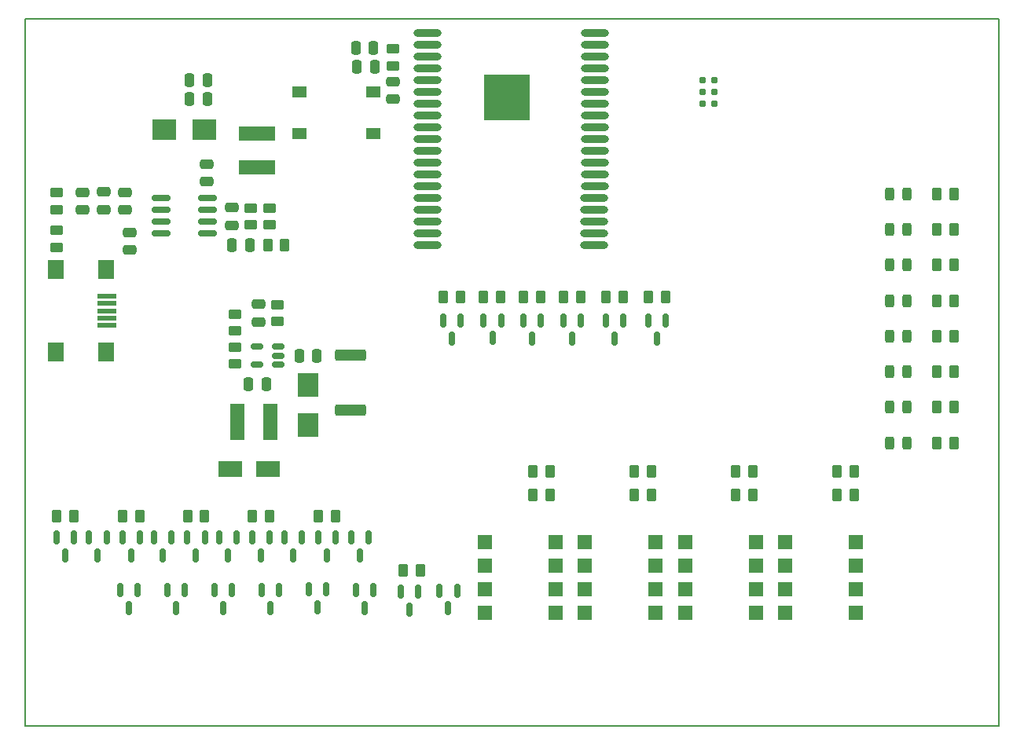
<source format=gbr>
G04 #@! TF.GenerationSoftware,KiCad,Pcbnew,(6.0.4-0)*
G04 #@! TF.CreationDate,2022-05-03T20:04:39-04:00*
G04 #@! TF.ProjectId,green_house_controller,67726565-6e5f-4686-9f75-73655f636f6e,rev?*
G04 #@! TF.SameCoordinates,Original*
G04 #@! TF.FileFunction,Paste,Top*
G04 #@! TF.FilePolarity,Positive*
%FSLAX46Y46*%
G04 Gerber Fmt 4.6, Leading zero omitted, Abs format (unit mm)*
G04 Created by KiCad (PCBNEW (6.0.4-0)) date 2022-05-03 20:04:39*
%MOMM*%
%LPD*%
G01*
G04 APERTURE LIST*
G04 Aperture macros list*
%AMRoundRect*
0 Rectangle with rounded corners*
0 $1 Rounding radius*
0 $2 $3 $4 $5 $6 $7 $8 $9 X,Y pos of 4 corners*
0 Add a 4 corners polygon primitive as box body*
4,1,4,$2,$3,$4,$5,$6,$7,$8,$9,$2,$3,0*
0 Add four circle primitives for the rounded corners*
1,1,$1+$1,$2,$3*
1,1,$1+$1,$4,$5*
1,1,$1+$1,$6,$7*
1,1,$1+$1,$8,$9*
0 Add four rect primitives between the rounded corners*
20,1,$1+$1,$2,$3,$4,$5,0*
20,1,$1+$1,$4,$5,$6,$7,0*
20,1,$1+$1,$6,$7,$8,$9,0*
20,1,$1+$1,$8,$9,$2,$3,0*%
G04 Aperture macros list end*
G04 #@! TA.AperFunction,Profile*
%ADD10C,0.150000*%
G04 #@! TD*
%ADD11R,1.600000X1.600000*%
%ADD12O,3.000000X0.900000*%
%ADD13R,5.000000X5.000000*%
%ADD14C,0.787400*%
%ADD15RoundRect,0.250000X-0.450000X0.262500X-0.450000X-0.262500X0.450000X-0.262500X0.450000X0.262500X0*%
%ADD16RoundRect,0.250000X0.250000X0.475000X-0.250000X0.475000X-0.250000X-0.475000X0.250000X-0.475000X0*%
%ADD17RoundRect,0.250000X-0.475000X0.250000X-0.475000X-0.250000X0.475000X-0.250000X0.475000X0.250000X0*%
%ADD18RoundRect,0.250000X0.450000X-0.262500X0.450000X0.262500X-0.450000X0.262500X-0.450000X-0.262500X0*%
%ADD19RoundRect,0.250000X0.262500X0.450000X-0.262500X0.450000X-0.262500X-0.450000X0.262500X-0.450000X0*%
%ADD20RoundRect,0.250000X-0.262500X-0.450000X0.262500X-0.450000X0.262500X0.450000X-0.262500X0.450000X0*%
%ADD21RoundRect,0.243750X-0.243750X-0.456250X0.243750X-0.456250X0.243750X0.456250X-0.243750X0.456250X0*%
%ADD22R,2.000000X0.500000*%
%ADD23R,1.700000X2.000000*%
%ADD24RoundRect,0.250000X-0.250000X-0.475000X0.250000X-0.475000X0.250000X0.475000X-0.250000X0.475000X0*%
%ADD25RoundRect,0.250000X0.475000X-0.250000X0.475000X0.250000X-0.475000X0.250000X-0.475000X-0.250000X0*%
%ADD26RoundRect,0.150000X-0.150000X0.587500X-0.150000X-0.587500X0.150000X-0.587500X0.150000X0.587500X0*%
%ADD27RoundRect,0.150000X-0.825000X-0.150000X0.825000X-0.150000X0.825000X0.150000X-0.825000X0.150000X0*%
%ADD28R,1.550000X1.300000*%
%ADD29R,1.500000X4.000000*%
%ADD30R,2.300000X2.500000*%
%ADD31R,2.500000X1.800000*%
%ADD32R,4.000000X1.500000*%
%ADD33R,2.500000X2.300000*%
%ADD34RoundRect,0.250000X-1.425000X0.362500X-1.425000X-0.362500X1.425000X-0.362500X1.425000X0.362500X0*%
%ADD35RoundRect,0.150000X0.512500X0.150000X-0.512500X0.150000X-0.512500X-0.150000X0.512500X-0.150000X0*%
G04 APERTURE END LIST*
D10*
X100076000Y-133985000D02*
X203454000Y-133985000D01*
X100076000Y-57785000D02*
X98552000Y-57785000D01*
X203454000Y-133985000D02*
X203454000Y-57785000D01*
X100076000Y-133985000D02*
X98552000Y-133985000D01*
X98552000Y-57785000D02*
X98552000Y-133985000D01*
X203454000Y-57785000D02*
X100076000Y-57785000D01*
D11*
X148082000Y-114173000D03*
X148082000Y-116713000D03*
X148082000Y-119253000D03*
X148082000Y-121793000D03*
X155702000Y-121793000D03*
X155702000Y-119253000D03*
X155702000Y-116713000D03*
X155702000Y-114173000D03*
X180467000Y-114173000D03*
X180467000Y-116713000D03*
X180467000Y-119253000D03*
X180467000Y-121793000D03*
X188087000Y-121793000D03*
X188087000Y-119253000D03*
X188087000Y-116713000D03*
X188087000Y-114173000D03*
X169672000Y-114173000D03*
X169672000Y-116713000D03*
X169672000Y-119253000D03*
X169672000Y-121793000D03*
X177292000Y-121793000D03*
X177292000Y-119253000D03*
X177292000Y-116713000D03*
X177292000Y-114173000D03*
X158877000Y-114173000D03*
X158877000Y-116713000D03*
X158877000Y-119253000D03*
X158877000Y-121793000D03*
X166497000Y-121793000D03*
X166497000Y-119253000D03*
X166497000Y-116713000D03*
X166497000Y-114173000D03*
D12*
X141876000Y-59330000D03*
X141876000Y-60600000D03*
X141876000Y-61870000D03*
X141876000Y-63140000D03*
X141876000Y-64410000D03*
X141876000Y-65680000D03*
X141876000Y-66950000D03*
X141876000Y-68220000D03*
X141876000Y-69490000D03*
X141876000Y-70760000D03*
X141876000Y-72030000D03*
X141876000Y-73300000D03*
X141876000Y-74570000D03*
X141876000Y-75840000D03*
X141876000Y-77140000D03*
X141876000Y-78410000D03*
X141876000Y-79680000D03*
X141876000Y-80950000D03*
X141876000Y-82220000D03*
X159876000Y-82220000D03*
X159876000Y-80950000D03*
X159876000Y-79680000D03*
X159876000Y-78410000D03*
X159876000Y-77140000D03*
X159906000Y-75840000D03*
X159906000Y-74570000D03*
X159906000Y-73300000D03*
X159906000Y-72030000D03*
X159906000Y-70760000D03*
X159906000Y-69490000D03*
X159906000Y-68220000D03*
X159906000Y-66950000D03*
X159906000Y-65680000D03*
X159906000Y-64410000D03*
X159906000Y-63140000D03*
X159906000Y-61870000D03*
X159906000Y-60600000D03*
X159906000Y-59330000D03*
D13*
X150476000Y-66250000D03*
D14*
X171577000Y-64389000D03*
X172847000Y-64389000D03*
X171577000Y-65659000D03*
X172847000Y-65659000D03*
X171577000Y-66929000D03*
X172847000Y-66929000D03*
D15*
X138176000Y-61063500D03*
X138176000Y-62888500D03*
D16*
X136205000Y-62992000D03*
X134305000Y-62992000D03*
X136078000Y-60960000D03*
X134178000Y-60960000D03*
D17*
X138176000Y-64582000D03*
X138176000Y-66482000D03*
D15*
X101945500Y-80621500D03*
X101945500Y-82446500D03*
D18*
X122832500Y-80033500D03*
X122832500Y-78208500D03*
D15*
X101945500Y-76557500D03*
X101945500Y-78382500D03*
D19*
X198603000Y-95848710D03*
X196778000Y-95848710D03*
D20*
X186031500Y-109093000D03*
X187856500Y-109093000D03*
X175109500Y-109093000D03*
X176934500Y-109093000D03*
X153265500Y-109093000D03*
X155090500Y-109093000D03*
X164187500Y-109093000D03*
X166012500Y-109093000D03*
D19*
X187856500Y-106553000D03*
X186031500Y-106553000D03*
X176934500Y-106553000D03*
X175109500Y-106553000D03*
X155090500Y-106553000D03*
X153265500Y-106553000D03*
X166012500Y-106553000D03*
X164187500Y-106553000D03*
D18*
X124864500Y-80033500D03*
X124864500Y-78208500D03*
D19*
X198603000Y-99676852D03*
X196778000Y-99676852D03*
X198603000Y-103505000D03*
X196778000Y-103505000D03*
X198603000Y-92020568D03*
X196778000Y-92020568D03*
X198603000Y-88192426D03*
X196778000Y-88192426D03*
X198603000Y-76708000D03*
X196778000Y-76708000D03*
X198603000Y-80536142D03*
X196778000Y-80536142D03*
X198603000Y-84364284D03*
X196778000Y-84364284D03*
X126539000Y-82169000D03*
X124714000Y-82169000D03*
D21*
X191673000Y-76708000D03*
X193548000Y-76708000D03*
X191673000Y-95848710D03*
X193548000Y-95848710D03*
X191673000Y-99676852D03*
X193548000Y-99676852D03*
X191673000Y-103505000D03*
X193548000Y-103505000D03*
X191673000Y-92020568D03*
X193548000Y-92020568D03*
X191673000Y-88192426D03*
X193548000Y-88192426D03*
X191673000Y-84364284D03*
X193548000Y-84364284D03*
X191673000Y-80536142D03*
X193548000Y-80536142D03*
D22*
X107407000Y-87681000D03*
X107407000Y-88481000D03*
X107407000Y-89281000D03*
X107407000Y-90081000D03*
X107407000Y-90881000D03*
D23*
X107307000Y-93731000D03*
X107307000Y-84831000D03*
X101857000Y-84831000D03*
X101857000Y-93731000D03*
D16*
X118194500Y-64389000D03*
X116294500Y-64389000D03*
X118194500Y-66421000D03*
X116294500Y-66421000D03*
D17*
X118110000Y-73472000D03*
X118110000Y-75372000D03*
X109855000Y-80838000D03*
X109855000Y-82738000D03*
D24*
X120866500Y-82169000D03*
X122766500Y-82169000D03*
D25*
X120800500Y-80071000D03*
X120800500Y-78171000D03*
X109311500Y-78420000D03*
X109311500Y-76520000D03*
X107025500Y-78354000D03*
X107025500Y-76454000D03*
X104739500Y-78420000D03*
X104739500Y-76520000D03*
D20*
X116054500Y-111379000D03*
X117879500Y-111379000D03*
X139295500Y-117221000D03*
X141120500Y-117221000D03*
D26*
X121369090Y-113743500D03*
X119469090Y-113743500D03*
X120419090Y-115618500D03*
D18*
X121158000Y-91463500D03*
X121158000Y-89638500D03*
D27*
X113245500Y-77089000D03*
X113245500Y-78359000D03*
X113245500Y-79629000D03*
X113245500Y-80899000D03*
X118195500Y-80899000D03*
X118195500Y-79629000D03*
X118195500Y-78359000D03*
X118195500Y-77089000D03*
D19*
X149756500Y-87757000D03*
X147931500Y-87757000D03*
D26*
X114349454Y-113743500D03*
X112449454Y-113743500D03*
X113399454Y-115618500D03*
X130998000Y-119331500D03*
X129098000Y-119331500D03*
X130048000Y-121206500D03*
D25*
X123698000Y-90485000D03*
X123698000Y-88585000D03*
D26*
X158430000Y-90375500D03*
X156530000Y-90375500D03*
X157480000Y-92250500D03*
D18*
X121158000Y-95019500D03*
X121158000Y-93194500D03*
D26*
X167574000Y-90375500D03*
X165674000Y-90375500D03*
X166624000Y-92250500D03*
X110678000Y-119410000D03*
X108778000Y-119410000D03*
X109728000Y-121285000D03*
X125918000Y-119410000D03*
X124018000Y-119410000D03*
X124968000Y-121285000D03*
D16*
X129982000Y-94107000D03*
X128082000Y-94107000D03*
D26*
X120838000Y-119410000D03*
X118938000Y-119410000D03*
X119888000Y-121285000D03*
X107329818Y-113743500D03*
X105429818Y-113743500D03*
X106379818Y-115618500D03*
X163002000Y-90375500D03*
X161102000Y-90375500D03*
X162052000Y-92250500D03*
X140904000Y-119585500D03*
X139004000Y-119585500D03*
X139954000Y-121460500D03*
D28*
X136055000Y-70195000D03*
X128105000Y-70195000D03*
X136055000Y-65695000D03*
X128105000Y-65695000D03*
D24*
X122621000Y-97155000D03*
X124521000Y-97155000D03*
D26*
X124902000Y-113743500D03*
X123002000Y-113743500D03*
X123952000Y-115618500D03*
D19*
X158392500Y-87757000D03*
X156567500Y-87757000D03*
X154074500Y-87757000D03*
X152249500Y-87757000D03*
D29*
X121390000Y-101219000D03*
X124990000Y-101219000D03*
D20*
X101957500Y-111379000D03*
X103782500Y-111379000D03*
X130151500Y-111379000D03*
X131976500Y-111379000D03*
D30*
X129032000Y-97291000D03*
X129032000Y-101591000D03*
D19*
X167536500Y-87757000D03*
X165711500Y-87757000D03*
D31*
X124682000Y-106299000D03*
X120682000Y-106299000D03*
D26*
X145095000Y-119468500D03*
X143195000Y-119468500D03*
X144145000Y-121343500D03*
X117917000Y-113743500D03*
X116017000Y-113743500D03*
X116967000Y-115618500D03*
D20*
X109069500Y-111379000D03*
X110894500Y-111379000D03*
D26*
X135570000Y-113743500D03*
X133670000Y-113743500D03*
X134620000Y-115618500D03*
X136078000Y-119410000D03*
X134178000Y-119410000D03*
X135128000Y-121285000D03*
X154112000Y-90375500D03*
X152212000Y-90375500D03*
X153162000Y-92250500D03*
X115758000Y-119410000D03*
X113858000Y-119410000D03*
X114808000Y-121285000D03*
D32*
X123571000Y-73809000D03*
X123571000Y-70209000D03*
D26*
X128388726Y-113743500D03*
X126488726Y-113743500D03*
X127438726Y-115618500D03*
D33*
X117870500Y-69723000D03*
X113570500Y-69723000D03*
D26*
X110932000Y-113743500D03*
X109032000Y-113743500D03*
X109982000Y-115618500D03*
D34*
X133604000Y-94040100D03*
X133604000Y-99965100D03*
D18*
X125730000Y-90447500D03*
X125730000Y-88622500D03*
D26*
X132014000Y-113743500D03*
X130114000Y-113743500D03*
X131064000Y-115618500D03*
D19*
X162964500Y-87757000D03*
X161139500Y-87757000D03*
D26*
X145476000Y-90375500D03*
X143576000Y-90375500D03*
X144526000Y-92250500D03*
D20*
X123039500Y-111379000D03*
X124864500Y-111379000D03*
D19*
X145438500Y-87757000D03*
X143613500Y-87757000D03*
D35*
X125851500Y-95057000D03*
X125851500Y-94107000D03*
X125851500Y-93157000D03*
X123576500Y-93157000D03*
X123576500Y-95057000D03*
D26*
X149860000Y-90297000D03*
X147960000Y-90297000D03*
X148910000Y-92172000D03*
X103820000Y-113743500D03*
X101920000Y-113743500D03*
X102870000Y-115618500D03*
M02*

</source>
